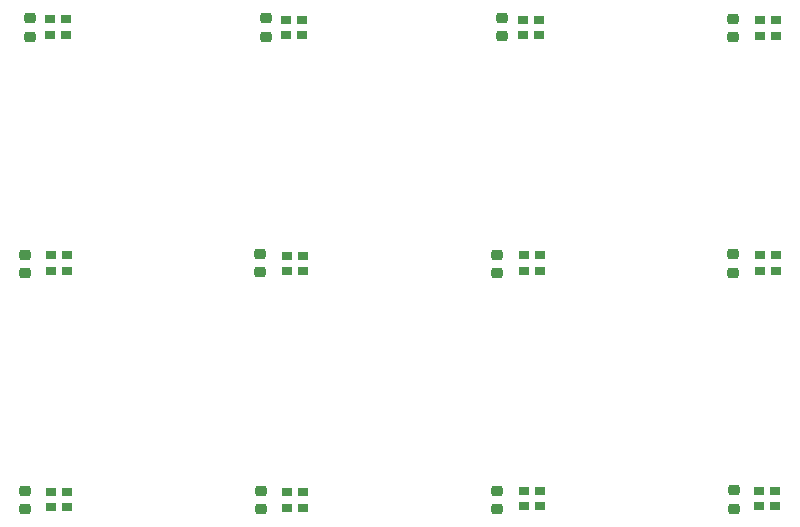
<source format=gbr>
%TF.GenerationSoftware,KiCad,Pcbnew,8.0.1*%
%TF.CreationDate,2024-09-23T21:29:01+02:00*%
%TF.ProjectId,Macro keyboard,4d616372-6f20-46b6-9579-626f6172642e,rev?*%
%TF.SameCoordinates,Original*%
%TF.FileFunction,Paste,Top*%
%TF.FilePolarity,Positive*%
%FSLAX46Y46*%
G04 Gerber Fmt 4.6, Leading zero omitted, Abs format (unit mm)*
G04 Created by KiCad (PCBNEW 8.0.1) date 2024-09-23 21:29:01*
%MOMM*%
%LPD*%
G01*
G04 APERTURE LIST*
G04 Aperture macros list*
%AMRoundRect*
0 Rectangle with rounded corners*
0 $1 Rounding radius*
0 $2 $3 $4 $5 $6 $7 $8 $9 X,Y pos of 4 corners*
0 Add a 4 corners polygon primitive as box body*
4,1,4,$2,$3,$4,$5,$6,$7,$8,$9,$2,$3,0*
0 Add four circle primitives for the rounded corners*
1,1,$1+$1,$2,$3*
1,1,$1+$1,$4,$5*
1,1,$1+$1,$6,$7*
1,1,$1+$1,$8,$9*
0 Add four rect primitives between the rounded corners*
20,1,$1+$1,$2,$3,$4,$5,0*
20,1,$1+$1,$4,$5,$6,$7,0*
20,1,$1+$1,$6,$7,$8,$9,0*
20,1,$1+$1,$8,$9,$2,$3,0*%
G04 Aperture macros list end*
%ADD10R,0.850000X0.650000*%
%ADD11RoundRect,0.225000X0.250000X-0.225000X0.250000X0.225000X-0.250000X0.225000X-0.250000X-0.225000X0*%
G04 APERTURE END LIST*
D10*
%TO.C,D7*%
X219600000Y-85200000D03*
X219600000Y-83900000D03*
X218250000Y-83900000D03*
X218250000Y-85200000D03*
%TD*%
%TO.C,D2*%
X199475000Y-45150000D03*
X199475000Y-43850000D03*
X198125000Y-43850000D03*
X198125000Y-45150000D03*
%TD*%
D11*
%TO.C,C13*%
X196450000Y-45325000D03*
X196450000Y-43775000D03*
%TD*%
%TO.C,C21*%
X235950000Y-85300000D03*
X235950000Y-83750000D03*
%TD*%
D10*
%TO.C,D9*%
X239600000Y-65150000D03*
X239600000Y-63850000D03*
X238250000Y-63850000D03*
X238250000Y-65150000D03*
%TD*%
D11*
%TO.C,C23*%
X196000000Y-85325000D03*
X196000000Y-83775000D03*
%TD*%
D10*
%TO.C,D6*%
X219600000Y-65200000D03*
X219600000Y-63900000D03*
X218250000Y-63900000D03*
X218250000Y-65200000D03*
%TD*%
D11*
%TO.C,C22*%
X216000000Y-85300000D03*
X216000000Y-83750000D03*
%TD*%
%TO.C,C18*%
X215950000Y-65275000D03*
X215950000Y-63725000D03*
%TD*%
%TO.C,C24*%
X256050000Y-85275000D03*
X256050000Y-83725000D03*
%TD*%
%TO.C,C20*%
X256000000Y-65300000D03*
X256000000Y-63750000D03*
%TD*%
D10*
%TO.C,D10*%
X239600000Y-85100000D03*
X239600000Y-83800000D03*
X238250000Y-83800000D03*
X238250000Y-85100000D03*
%TD*%
%TO.C,D3*%
X199600000Y-65150000D03*
X199600000Y-63850000D03*
X198250000Y-63850000D03*
X198250000Y-65150000D03*
%TD*%
%TO.C,D13*%
X259550000Y-85100000D03*
X259550000Y-83800000D03*
X258200000Y-83800000D03*
X258200000Y-85100000D03*
%TD*%
%TO.C,D4*%
X199600000Y-85150000D03*
X199600000Y-83850000D03*
X198250000Y-83850000D03*
X198250000Y-85150000D03*
%TD*%
D11*
%TO.C,C17*%
X196000000Y-65325000D03*
X196000000Y-63775000D03*
%TD*%
D10*
%TO.C,D12*%
X259600000Y-65150000D03*
X259600000Y-63850000D03*
X258250000Y-63850000D03*
X258250000Y-65150000D03*
%TD*%
%TO.C,D11*%
X259625000Y-45250000D03*
X259625000Y-43950000D03*
X258275000Y-43950000D03*
X258275000Y-45250000D03*
%TD*%
D11*
%TO.C,C15*%
X236450000Y-45275000D03*
X236450000Y-43725000D03*
%TD*%
%TO.C,C19*%
X236000000Y-65350000D03*
X236000000Y-63800000D03*
%TD*%
D10*
%TO.C,D8*%
X239525000Y-45200000D03*
X239525000Y-43900000D03*
X238175000Y-43900000D03*
X238175000Y-45200000D03*
%TD*%
%TO.C,D5*%
X219475000Y-45200000D03*
X219475000Y-43900000D03*
X218125000Y-43900000D03*
X218125000Y-45200000D03*
%TD*%
D11*
%TO.C,C16*%
X256000000Y-45350000D03*
X256000000Y-43800000D03*
%TD*%
%TO.C,C14*%
X216400000Y-45325000D03*
X216400000Y-43775000D03*
%TD*%
M02*

</source>
